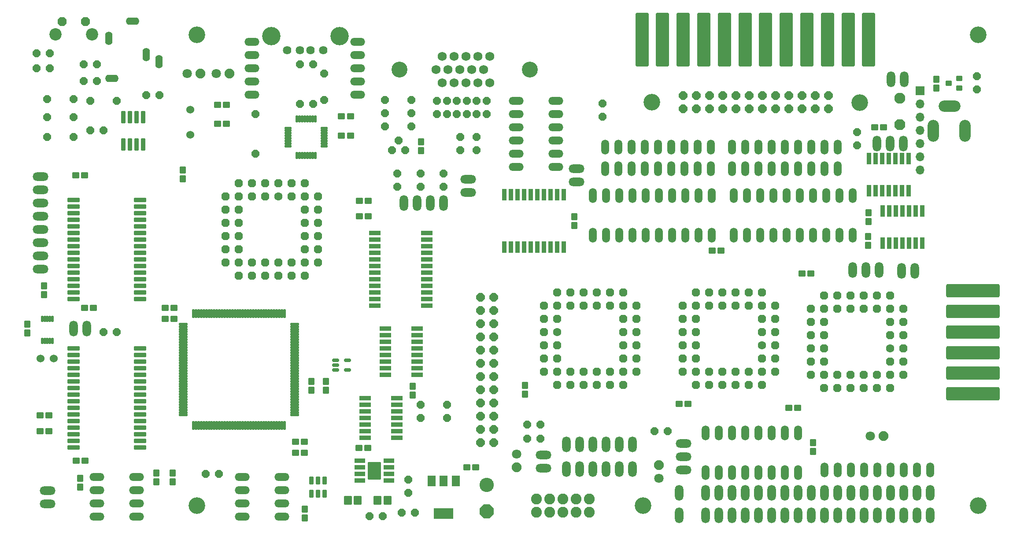
<source format=gts>
%TF.GenerationSoftware,KiCad,Pcbnew,8.0.2*%
%TF.CreationDate,2024-05-25T17:16:43+02:00*%
%TF.ProjectId,micropet_v3,6d696372-6f70-4657-945f-76332e6b6963,rev?*%
%TF.SameCoordinates,Original*%
%TF.FileFunction,Soldermask,Top*%
%TF.FilePolarity,Negative*%
%FSLAX46Y46*%
G04 Gerber Fmt 4.6, Leading zero omitted, Abs format (unit mm)*
G04 Created by KiCad (PCBNEW 8.0.2) date 2024-05-25 17:16:43*
%MOMM*%
%LPD*%
G01*
G04 APERTURE LIST*
G04 Aperture macros list*
%AMRoundRect*
0 Rectangle with rounded corners*
0 $1 Rounding radius*
0 $2 $3 $4 $5 $6 $7 $8 $9 X,Y pos of 4 corners*
0 Add a 4 corners polygon primitive as box body*
4,1,4,$2,$3,$4,$5,$6,$7,$8,$9,$2,$3,0*
0 Add four circle primitives for the rounded corners*
1,1,$1+$1,$2,$3*
1,1,$1+$1,$4,$5*
1,1,$1+$1,$6,$7*
1,1,$1+$1,$8,$9*
0 Add four rect primitives between the rounded corners*
20,1,$1+$1,$2,$3,$4,$5,0*
20,1,$1+$1,$4,$5,$6,$7,0*
20,1,$1+$1,$6,$7,$8,$9,0*
20,1,$1+$1,$8,$9,$2,$3,0*%
%AMFreePoly0*
4,1,25,0.333266,0.742596,0.345389,0.732242,0.732242,0.345389,0.760749,0.289441,0.762000,0.273547,0.762000,-0.273547,0.742596,-0.333266,0.732242,-0.345389,0.345389,-0.732242,0.289441,-0.760749,0.273547,-0.762000,-0.273547,-0.762000,-0.333266,-0.742596,-0.345389,-0.732242,-0.732242,-0.345389,-0.760749,-0.289441,-0.762000,-0.273547,-0.762000,0.273547,-0.742596,0.333266,-0.732242,0.345389,
-0.345389,0.732242,-0.289441,0.760749,-0.273547,0.762000,0.273547,0.762000,0.333266,0.742596,0.333266,0.742596,$1*%
%AMFreePoly1*
4,1,25,0.391131,0.882296,0.403254,0.871942,0.871942,0.403254,0.900449,0.347306,0.901700,0.331412,0.901700,-0.331412,0.882296,-0.391131,0.871942,-0.403254,0.403254,-0.871942,0.347306,-0.900449,0.331412,-0.901700,-0.331412,-0.901700,-0.391131,-0.882296,-0.403254,-0.871942,-0.871942,-0.403254,-0.900449,-0.347306,-0.901700,-0.331412,-0.901700,0.331412,-0.882296,0.391131,-0.871942,0.403254,
-0.403254,0.871942,-0.347306,0.900449,-0.331412,0.901700,0.331412,0.901700,0.391131,0.882296,0.391131,0.882296,$1*%
%AMFreePoly2*
4,1,25,0.349047,0.780696,0.361170,0.770342,0.770342,0.361170,0.798849,0.305222,0.800100,0.289328,0.800100,-0.289328,0.780696,-0.349047,0.770342,-0.361170,0.361170,-0.770342,0.305222,-0.798849,0.289328,-0.800100,-0.289328,-0.800100,-0.349047,-0.780696,-0.361170,-0.770342,-0.770342,-0.361170,-0.798849,-0.305222,-0.800100,-0.289328,-0.800100,0.289328,-0.780696,0.349047,-0.770342,0.361170,
-0.361170,0.770342,-0.305222,0.798849,-0.289328,0.800100,0.289328,0.800100,0.349047,0.780696,0.349047,0.780696,$1*%
%AMFreePoly3*
4,1,25,0.354308,0.793396,0.366431,0.783042,0.783042,0.366431,0.811549,0.310483,0.812800,0.294589,0.812800,-0.294589,0.793396,-0.354308,0.783042,-0.366431,0.366431,-0.783042,0.310483,-0.811549,0.294589,-0.812800,-0.294589,-0.812800,-0.354308,-0.793396,-0.366431,-0.783042,-0.783042,-0.366431,-0.811549,-0.310483,-0.812800,-0.294589,-0.812800,0.294589,-0.793396,0.354308,-0.783042,0.366431,
-0.366431,0.783042,-0.310483,0.811549,-0.294589,0.812800,0.294589,0.812800,0.354308,0.793396,0.354308,0.793396,$1*%
%AMFreePoly4*
4,1,25,0.454257,1.034696,0.466380,1.024342,1.024342,0.466380,1.052849,0.410432,1.054100,0.394538,1.054100,-0.394538,1.034696,-0.454257,1.024342,-0.466380,0.466380,-1.024342,0.410432,-1.052849,0.394538,-1.054100,-0.394538,-1.054100,-0.454257,-1.034696,-0.466380,-1.024342,-1.024342,-0.466380,-1.052849,-0.410432,-1.054100,-0.394538,-1.054100,0.394538,-1.034696,0.454257,-1.024342,0.466380,
-0.466380,1.024342,-0.410432,1.052849,-0.394538,1.054100,0.394538,1.054100,0.454257,1.034696,0.454257,1.034696,$1*%
%AMFreePoly5*
4,1,25,0.375350,0.844196,0.387473,0.833842,0.833842,0.387473,0.862349,0.331525,0.863600,0.315631,0.863600,-0.315631,0.844196,-0.375350,0.833842,-0.387473,0.387473,-0.833842,0.331525,-0.862349,0.315631,-0.863600,-0.315631,-0.863600,-0.375350,-0.844196,-0.387473,-0.833842,-0.833842,-0.387473,-0.862349,-0.331525,-0.863600,-0.315631,-0.863600,0.315631,-0.844196,0.375350,-0.833842,0.387473,
-0.387473,0.833842,-0.331525,0.862349,-0.315631,0.863600,0.315631,0.863600,0.375350,0.844196,0.375350,0.844196,$1*%
%AMFreePoly6*
4,1,25,0.585770,1.352196,0.597893,1.341842,1.341842,0.597893,1.370349,0.541945,1.371600,0.526051,1.371600,-0.526051,1.352196,-0.585770,1.341842,-0.597893,0.597893,-1.341842,0.541945,-1.370349,0.526051,-1.371600,-0.526051,-1.371600,-0.585770,-1.352196,-0.597893,-1.341842,-1.341842,-0.597893,-1.370349,-0.541945,-1.371600,-0.526051,-1.371600,0.526051,-1.352196,0.585770,-1.341842,0.597893,
-0.597893,1.341842,-0.541945,1.370349,-0.526051,1.371600,0.526051,1.371600,0.585770,1.352196,0.585770,1.352196,$1*%
G04 Aperture macros list end*
%ADD10C,3.200000*%
%ADD11RoundRect,0.101600X0.317500X-0.635000X0.317500X0.635000X-0.317500X0.635000X-0.317500X-0.635000X0*%
%ADD12RoundRect,0.101600X-0.317500X0.635000X-0.317500X-0.635000X0.317500X-0.635000X0.317500X0.635000X0*%
%ADD13FreePoly0,90.000000*%
%ADD14FreePoly0,0.000000*%
%ADD15FreePoly0,270.000000*%
%ADD16C,1.803400*%
%ADD17FreePoly1,0.000000*%
%ADD18RoundRect,0.101600X-0.330200X-1.016000X0.330200X-1.016000X0.330200X1.016000X-0.330200X1.016000X0*%
%ADD19FreePoly1,90.000000*%
%ADD20O,2.844800X1.524000*%
%ADD21RoundRect,0.101600X-0.550000X-0.500000X0.550000X-0.500000X0.550000X0.500000X-0.550000X0.500000X0*%
%ADD22RoundRect,0.101600X0.500000X-0.550000X0.500000X0.550000X-0.500000X0.550000X-0.500000X-0.550000X0*%
%ADD23RoundRect,0.101600X-0.500000X0.550000X-0.500000X-0.550000X0.500000X-0.550000X0.500000X0.550000X0*%
%ADD24RoundRect,0.101600X-0.125000X-0.500000X0.125000X-0.500000X0.125000X0.500000X-0.125000X0.500000X0*%
%ADD25RoundRect,0.101600X0.125000X0.500000X-0.125000X0.500000X-0.125000X-0.500000X0.125000X-0.500000X0*%
%ADD26RoundRect,0.101600X0.550000X0.500000X-0.550000X0.500000X-0.550000X-0.500000X0.550000X-0.500000X0*%
%ADD27FreePoly0,180.000000*%
%ADD28O,3.048000X1.625600*%
%ADD29RoundRect,0.101600X1.016000X-0.330200X1.016000X0.330200X-1.016000X0.330200X-1.016000X-0.330200X0*%
%ADD30C,1.524000*%
%ADD31C,1.600200*%
%ADD32FreePoly2,270.000000*%
%ADD33C,1.625600*%
%ADD34C,3.530600*%
%ADD35O,1.524000X2.844800*%
%ADD36RoundRect,0.101600X-0.300000X-1.100000X0.300000X-1.100000X0.300000X1.100000X-0.300000X1.100000X0*%
%ADD37FreePoly3,180.000000*%
%ADD38O,1.625600X3.048000*%
%ADD39FreePoly1,270.000000*%
%ADD40RoundRect,0.101600X0.450000X-0.400000X0.450000X0.400000X-0.450000X0.400000X-0.450000X-0.400000X0*%
%ADD41RoundRect,0.101600X1.100000X-0.300000X1.100000X0.300000X-1.100000X0.300000X-1.100000X-0.300000X0*%
%ADD42RoundRect,0.101600X0.650000X0.750000X-0.650000X0.750000X-0.650000X-0.750000X0.650000X-0.750000X0*%
%ADD43C,2.108200*%
%ADD44FreePoly4,270.000000*%
%ADD45RoundRect,0.101600X-0.955000X0.305000X-0.955000X-0.305000X0.955000X-0.305000X0.955000X0.305000X0*%
%ADD46RoundRect,0.101600X1.205000X1.550000X-1.205000X1.550000X-1.205000X-1.550000X1.205000X-1.550000X0*%
%ADD47C,2.082800*%
%ADD48R,1.700000X1.700000*%
%ADD49O,1.700000X1.700000*%
%ADD50RoundRect,0.101600X-0.650000X-0.750000X0.650000X-0.750000X0.650000X0.750000X-0.650000X0.750000X0*%
%ADD51C,3.048000*%
%ADD52C,1.727200*%
%ADD53RoundRect,0.101600X0.127000X-0.571500X0.127000X0.571500X-0.127000X0.571500X-0.127000X-0.571500X0*%
%ADD54RoundRect,0.101600X0.571500X0.127000X-0.571500X0.127000X-0.571500X-0.127000X0.571500X-0.127000X0*%
%ADD55RoundRect,0.101600X-0.127000X0.571500X-0.127000X-0.571500X0.127000X-0.571500X0.127000X0.571500X0*%
%ADD56RoundRect,0.101600X-0.571500X-0.127000X0.571500X-0.127000X0.571500X0.127000X-0.571500X0.127000X0*%
%ADD57RoundRect,0.388620X0.906780X4.792980X-0.906780X4.792980X-0.906780X-4.792980X0.906780X-4.792980X0*%
%ADD58R,1.500000X2.000000*%
%ADD59R,3.800000X2.000000*%
%ADD60FreePoly2,90.000000*%
%ADD61FreePoly5,180.000000*%
%ADD62C,2.362200*%
%ADD63RoundRect,0.101600X0.135000X0.750000X-0.135000X0.750000X-0.135000X-0.750000X0.135000X-0.750000X0*%
%ADD64RoundRect,0.101600X0.750000X0.135000X-0.750000X0.135000X-0.750000X-0.135000X0.750000X-0.135000X0*%
%ADD65FreePoly3,270.000000*%
%ADD66O,2.203200X4.203200*%
%ADD67O,4.203200X2.203200*%
%ADD68RoundRect,0.388620X4.792980X-0.906780X4.792980X0.906780X-4.792980X0.906780X-4.792980X-0.906780X0*%
%ADD69O,2.603200X1.403200*%
%ADD70O,1.403200X2.603200*%
%ADD71RoundRect,0.150000X-0.512500X-0.150000X0.512500X-0.150000X0.512500X0.150000X-0.512500X0.150000X0*%
%ADD72C,2.743200*%
%ADD73FreePoly6,270.000000*%
%ADD74FreePoly2,0.000000*%
G04 APERTURE END LIST*
D10*
%TO.C,H3*%
X258974106Y-43815000D03*
%TD*%
D11*
%TO.C,JS1*%
X130810000Y-132080000D03*
X132080000Y-132080000D03*
X133350000Y-132080000D03*
X133350000Y-129540000D03*
D12*
X132080000Y-129540000D03*
D11*
X130810000Y-129540000D03*
%TD*%
D13*
%TO.C,R2*%
X128560981Y-57150000D03*
X128560981Y-49530000D03*
%TD*%
D14*
%TO.C,R12*%
X77978000Y-47361600D03*
X80518000Y-47361600D03*
%TD*%
D13*
%TO.C,R3*%
X186742856Y-59610625D03*
X186742856Y-57070625D03*
%TD*%
D15*
%TO.C,R10*%
X151765000Y-70485000D03*
X151765000Y-73025000D03*
%TD*%
D10*
%TO.C,H1*%
X108796606Y-134302500D03*
%TD*%
D14*
%TO.C,D5*%
X149992231Y-58896250D03*
X144912231Y-58896250D03*
%TD*%
D15*
%TO.C,R9*%
X156210000Y-70485000D03*
X156210000Y-73025000D03*
%TD*%
D16*
%TO.C,C36*%
X238177856Y-120967500D03*
D17*
X240717856Y-120967500D03*
%TD*%
D18*
%TO.C,IC4*%
X240559106Y-83877150D03*
X241829106Y-83877150D03*
X243099106Y-83877150D03*
X244369106Y-83877150D03*
X245639106Y-83877150D03*
X246909106Y-83877150D03*
X248179106Y-83877150D03*
X248179106Y-77730350D03*
X246909106Y-77730350D03*
X245639106Y-77730350D03*
X244369106Y-77730350D03*
X243099106Y-77730350D03*
X241829106Y-77730350D03*
X240559106Y-77730350D03*
%TD*%
D16*
%TO.C,C28*%
X197537856Y-129063750D03*
D19*
X197537856Y-126523750D03*
%TD*%
D20*
%TO.C,U$9*%
X119380000Y-45212000D03*
X119380000Y-47752000D03*
X119380000Y-50292000D03*
X119380000Y-52832000D03*
X119380000Y-55372000D03*
X139700000Y-55372000D03*
X139700000Y-52832000D03*
X139700000Y-50292000D03*
X139700000Y-47752000D03*
X139700000Y-45212000D03*
%TD*%
D21*
%TO.C,C12*%
X87176875Y-96361250D03*
X88876875Y-96361250D03*
%TD*%
%TO.C,C29*%
X78604375Y-116998750D03*
X80304375Y-116998750D03*
%TD*%
D20*
%TO.C,D10*%
X177800000Y-66675000D03*
X170180000Y-66675000D03*
%TD*%
D22*
%TO.C,C23*%
X250929656Y-54059631D03*
X250929656Y-52359631D03*
%TD*%
D23*
%TO.C,C8*%
X86360000Y-129110000D03*
X86360000Y-130810000D03*
%TD*%
D24*
%TO.C,U$13*%
X79010000Y-102713100D03*
X79510000Y-102713100D03*
X80010000Y-102713100D03*
X80510000Y-102713100D03*
X81010000Y-102713100D03*
D25*
X81010000Y-98486900D03*
X80510000Y-98486900D03*
X80010000Y-98486900D03*
X79510000Y-98486900D03*
X79010000Y-98486900D03*
%TD*%
D13*
%TO.C,R8*%
X159385000Y-66040000D03*
X159385000Y-63500000D03*
%TD*%
D26*
%TO.C,C70*%
X141632519Y-123257232D03*
X139932519Y-123257232D03*
%TD*%
D21*
%TO.C,C42*%
X140032000Y-78740000D03*
X141732000Y-78740000D03*
%TD*%
D14*
%TO.C,R18*%
X99060000Y-55403750D03*
X101600000Y-55403750D03*
%TD*%
D27*
%TO.C,R21*%
X174836606Y-118745000D03*
X172296606Y-118745000D03*
%TD*%
D14*
%TO.C,C50*%
X80010000Y-59690000D03*
X85090000Y-59690000D03*
%TD*%
D28*
%TO.C,JP9*%
X160933591Y-71633569D03*
X160933591Y-74173569D03*
%TD*%
D13*
%TO.C,R14*%
X160655000Y-59055000D03*
X160655000Y-56515000D03*
%TD*%
D22*
%TO.C,C33*%
X106045000Y-71550000D03*
X106045000Y-69850000D03*
%TD*%
D21*
%TO.C,C7*%
X160651606Y-127000000D03*
X162351606Y-127000000D03*
%TD*%
D13*
%TO.C,R22*%
X149436606Y-131921250D03*
X149436606Y-129381250D03*
%TD*%
D29*
%TO.C,IC7*%
X151130000Y-109220000D03*
X151130000Y-107950000D03*
X151130000Y-106680000D03*
X151130000Y-105410000D03*
X151130000Y-104140000D03*
X151130000Y-102870000D03*
X151130000Y-101600000D03*
X151130000Y-100330000D03*
X144983200Y-100330000D03*
X144983200Y-101600000D03*
X144983200Y-102870000D03*
X144983200Y-104140000D03*
X144983200Y-105410000D03*
X144983200Y-106680000D03*
X144983200Y-107950000D03*
X144983200Y-109220000D03*
%TD*%
D30*
%TO.C,Q2*%
X81200625Y-106045000D03*
X78660625Y-106045000D03*
%TD*%
D31*
%TO.C,IC10*%
X241987856Y-104140000D03*
D32*
X244527856Y-101600000D03*
X241987856Y-101600000D03*
X244527856Y-99060000D03*
X241987856Y-99060000D03*
X244527856Y-96520000D03*
X241987856Y-93980000D03*
X241987856Y-96520000D03*
X239447856Y-93980000D03*
X239447856Y-96520000D03*
X236907856Y-93980000D03*
X236907856Y-96520000D03*
X234367856Y-93980000D03*
X234367856Y-96520000D03*
X231827856Y-93980000D03*
X231827856Y-96520000D03*
X229287856Y-93980000D03*
X226747856Y-96520000D03*
X229287856Y-96520000D03*
X226747856Y-99060000D03*
X229287856Y-99060000D03*
X226747856Y-101600000D03*
X229287856Y-101600000D03*
X226747856Y-104140000D03*
X229287856Y-104140000D03*
X226747856Y-106680000D03*
X229287856Y-106680000D03*
X226747856Y-109220000D03*
X229287856Y-111760000D03*
X229287856Y-109220000D03*
X231827856Y-111760000D03*
X231827856Y-109220000D03*
X234367856Y-111760000D03*
X234367856Y-109220000D03*
X236907856Y-111760000D03*
X236907856Y-109220000D03*
X239447856Y-111760000D03*
X239447856Y-109220000D03*
X241987856Y-111760000D03*
X244527856Y-109220000D03*
X241987856Y-109220000D03*
X244527856Y-106680000D03*
X241987856Y-106680000D03*
X244527856Y-104140000D03*
%TD*%
D18*
%TO.C,IC2*%
X167851606Y-84642325D03*
X169121606Y-84642325D03*
X170391606Y-84642325D03*
X171661606Y-84642325D03*
X172931606Y-84642325D03*
X174201606Y-84642325D03*
X175471606Y-84642325D03*
X176741606Y-84642325D03*
X178011606Y-84642325D03*
X179281606Y-84642325D03*
X179281606Y-74583925D03*
X178011606Y-74583925D03*
X176741606Y-74583925D03*
X175471606Y-74583925D03*
X174201606Y-74583925D03*
X172931606Y-74583925D03*
X171661606Y-74583925D03*
X170391606Y-74583925D03*
X169121606Y-74583925D03*
X167851606Y-74583925D03*
%TD*%
D33*
%TO.C,USB1*%
X128589556Y-46770925D03*
X130596156Y-46770925D03*
X126100356Y-46770925D03*
D34*
X136158756Y-44053125D03*
X123026956Y-44053125D03*
D33*
X133085356Y-46770925D03*
%TD*%
D35*
%TO.C,RN4*%
X187219106Y-65405000D03*
X189759106Y-65405000D03*
X192299106Y-65405000D03*
X194839106Y-65405000D03*
X197379106Y-65405000D03*
X199919106Y-65405000D03*
X202459106Y-65405000D03*
X204999106Y-65405000D03*
X207539106Y-65405000D03*
%TD*%
D18*
%TO.C,IC3*%
X237939731Y-73796525D03*
X239209731Y-73796525D03*
X240479731Y-73796525D03*
X241749731Y-73796525D03*
X243019731Y-73796525D03*
X244289731Y-73796525D03*
X245559731Y-73796525D03*
X245559731Y-67649725D03*
X244289731Y-67649725D03*
X243019731Y-67649725D03*
X241749731Y-67649725D03*
X240479731Y-67649725D03*
X239209731Y-67649725D03*
X237939731Y-67649725D03*
%TD*%
D36*
%TO.C,SN1*%
X94615000Y-64890000D03*
X95885000Y-64890000D03*
X97155000Y-64890000D03*
X98425000Y-64890000D03*
X98425000Y-59690000D03*
X97155000Y-59690000D03*
X95885000Y-59690000D03*
X94615000Y-59690000D03*
%TD*%
D21*
%TO.C,C39*%
X112709106Y-60960000D03*
X114409106Y-60960000D03*
%TD*%
D10*
%TO.C,H6*%
X236193481Y-56832500D03*
%TD*%
D23*
%TO.C,C22*%
X227224106Y-122260625D03*
X227224106Y-123960625D03*
%TD*%
D13*
%TO.C,R26*%
X162560000Y-59055000D03*
X162560000Y-56515000D03*
%TD*%
D16*
%TO.C,C37*%
X106891606Y-51276250D03*
D17*
X109431606Y-51276250D03*
%TD*%
D21*
%TO.C,C9*%
X136564000Y-59531250D03*
X138264000Y-59531250D03*
%TD*%
D37*
%TO.C,P2*%
X230160981Y-55483125D03*
X227620981Y-55483125D03*
X225080981Y-55483125D03*
X222540981Y-55483125D03*
X220000981Y-55483125D03*
X217460981Y-55483125D03*
X214920981Y-55483125D03*
X212380981Y-55483125D03*
X209840981Y-55483125D03*
X207300981Y-55483125D03*
X204760981Y-55483125D03*
X202220981Y-55483125D03*
X230160981Y-58023125D03*
X227620981Y-58023125D03*
X225080981Y-58023125D03*
X222540981Y-58023125D03*
X220000981Y-58023125D03*
X217460981Y-58023125D03*
X214920981Y-58023125D03*
X212380981Y-58023125D03*
X209840981Y-58023125D03*
X207300981Y-58023125D03*
X204760981Y-58023125D03*
X202220981Y-58023125D03*
%TD*%
D13*
%TO.C,D8*%
X133244106Y-51276250D03*
X133244106Y-56356250D03*
%TD*%
D38*
%TO.C,P1*%
X201506606Y-136207500D03*
X206586606Y-136207500D03*
X209126606Y-136207500D03*
X211666606Y-136207500D03*
X214206606Y-136207500D03*
X216746606Y-136207500D03*
X219286606Y-136207500D03*
X221826606Y-136207500D03*
X224366606Y-136207500D03*
X226906606Y-136207500D03*
X229446606Y-136207500D03*
X231986606Y-136207500D03*
X234526606Y-136207500D03*
X237066606Y-136207500D03*
X239606606Y-136207500D03*
X242146606Y-136207500D03*
X244686606Y-136207500D03*
X247226606Y-136207500D03*
X249766606Y-136207500D03*
%TD*%
D14*
%TO.C,C51*%
X88265000Y-56515000D03*
X93345000Y-56515000D03*
%TD*%
D21*
%TO.C,C17*%
X207800356Y-85328125D03*
X209500356Y-85328125D03*
%TD*%
D29*
%TO.C,IC6*%
X147218400Y-121285000D03*
X147218400Y-120015000D03*
X147218400Y-118745000D03*
X147218400Y-117475000D03*
X147218400Y-116205000D03*
X147218400Y-114935000D03*
X147218400Y-113665000D03*
X141071600Y-113665000D03*
X141071600Y-114935000D03*
X141071600Y-116205000D03*
X141071600Y-117475000D03*
X141071600Y-118745000D03*
X141071600Y-120015000D03*
X141071600Y-121285000D03*
%TD*%
D13*
%TO.C,R6*%
X235637856Y-65087500D03*
X235637856Y-62547500D03*
%TD*%
D16*
%TO.C,C26*%
X170232856Y-124460000D03*
D39*
X170232856Y-127000000D03*
%TD*%
D22*
%TO.C,C15*%
X181345356Y-80463125D03*
X181345356Y-78763125D03*
%TD*%
D23*
%TO.C,C19*%
X171820356Y-111227500D03*
X171820356Y-112927500D03*
%TD*%
D14*
%TO.C,R5*%
X151765000Y-117475000D03*
X156845000Y-117475000D03*
%TD*%
D30*
%TO.C,Q3*%
X107526606Y-63055500D03*
X107526606Y-58229500D03*
%TD*%
D40*
%TO.C,Q1*%
X255272330Y-54089992D03*
X255272330Y-52189992D03*
X253272330Y-53139992D03*
%TD*%
D38*
%TO.C,JP7*%
X156210000Y-76200000D03*
X153670000Y-76200000D03*
X151130000Y-76200000D03*
X148590000Y-76200000D03*
%TD*%
D20*
%TO.C,D3*%
X177800000Y-59055000D03*
X170180000Y-59055000D03*
%TD*%
D14*
%TO.C,C52*%
X80010000Y-63500000D03*
X85090000Y-63500000D03*
%TD*%
D22*
%TO.C,C3*%
X104140000Y-129755000D03*
X104140000Y-128055000D03*
%TD*%
D29*
%TO.C,IC16*%
X152984200Y-95885000D03*
X152984200Y-94615000D03*
X152984200Y-93345000D03*
X152984200Y-92075000D03*
X152984200Y-90805000D03*
X152984200Y-89535000D03*
X152984200Y-88265000D03*
X152984200Y-86995000D03*
X152984200Y-85725000D03*
X152984200Y-84455000D03*
X152984200Y-83185000D03*
X152984200Y-81915000D03*
X142925800Y-81915000D03*
X142925800Y-83185000D03*
X142925800Y-84455000D03*
X142925800Y-85725000D03*
X142925800Y-86995000D03*
X142925800Y-88265000D03*
X142925800Y-89535000D03*
X142925800Y-90805000D03*
X142925800Y-92075000D03*
X142925800Y-93345000D03*
X142925800Y-94615000D03*
X142925800Y-95885000D03*
%TD*%
D13*
%TO.C,R28*%
X154940000Y-59055000D03*
X154940000Y-56515000D03*
%TD*%
D22*
%TO.C,C18*%
X237860356Y-79748750D03*
X237860356Y-78048750D03*
%TD*%
D13*
%TO.C,R27*%
X158750000Y-59055000D03*
X158750000Y-56515000D03*
%TD*%
D35*
%TO.C,RN3*%
X211666606Y-69532500D03*
X214206606Y-69532500D03*
X216746606Y-69532500D03*
X219286606Y-69532500D03*
X221826606Y-69532500D03*
X224366606Y-69532500D03*
X226906606Y-69532500D03*
X229446606Y-69532500D03*
X231986606Y-69532500D03*
%TD*%
D14*
%TO.C,D1*%
X149992231Y-61436250D03*
X144912231Y-61436250D03*
%TD*%
D41*
%TO.C,IC13*%
X97856000Y-123190000D03*
X97856000Y-121920000D03*
X97856000Y-120650000D03*
X97856000Y-119380000D03*
X97856000Y-118110000D03*
X97856000Y-116840000D03*
X97856000Y-115570000D03*
X97856000Y-114300000D03*
X97856000Y-113030000D03*
X97856000Y-111760000D03*
X97856000Y-110490000D03*
X97856000Y-109220000D03*
X97856000Y-107950000D03*
X97856000Y-106680000D03*
X97856000Y-105410000D03*
X97856000Y-104140000D03*
X85024000Y-104140000D03*
X85024000Y-105410000D03*
X85024000Y-106680000D03*
X85024000Y-107950000D03*
X85024000Y-109220000D03*
X85024000Y-110490000D03*
X85024000Y-111760000D03*
X85024000Y-113030000D03*
X85024000Y-114300000D03*
X85024000Y-115570000D03*
X85024000Y-116840000D03*
X85024000Y-118110000D03*
X85024000Y-119380000D03*
X85024000Y-120650000D03*
X85024000Y-121920000D03*
X85024000Y-123190000D03*
%TD*%
D23*
%TO.C,C43*%
X133588125Y-110433750D03*
X133588125Y-112133750D03*
%TD*%
D14*
%TO.C,D6*%
X149992231Y-56356250D03*
X144912231Y-56356250D03*
%TD*%
D28*
%TO.C,JP5*%
X181742231Y-72072500D03*
X181742231Y-69532500D03*
%TD*%
D42*
%TO.C,C65*%
X145410000Y-133350000D03*
X143510000Y-133350000D03*
%TD*%
D14*
%TO.C,C49*%
X80010000Y-56197500D03*
X85090000Y-56197500D03*
%TD*%
D13*
%TO.C,R16*%
X258671196Y-54340353D03*
X258671196Y-51800353D03*
%TD*%
D20*
%TO.C,D4*%
X177800000Y-61595000D03*
X170180000Y-61595000D03*
%TD*%
D10*
%TO.C,H4*%
X258974106Y-134302500D03*
%TD*%
D14*
%TO.C,R30*%
X86995000Y-49530000D03*
X89535000Y-49530000D03*
%TD*%
D27*
%TO.C,R31*%
X90805000Y-62230000D03*
X88265000Y-62230000D03*
%TD*%
D43*
%TO.C,C6*%
X243869751Y-56062990D03*
D44*
X243869751Y-61142990D03*
%TD*%
D10*
%TO.C,H7*%
X194521606Y-134302500D03*
%TD*%
D13*
%TO.C,R13*%
X164465000Y-59055000D03*
X164465000Y-56515000D03*
%TD*%
D21*
%TO.C,C31*%
X222564106Y-115570000D03*
X224264106Y-115570000D03*
%TD*%
D20*
%TO.C,U$14*%
X89535000Y-128818100D03*
X89535000Y-131358100D03*
X89535000Y-133898100D03*
X89535000Y-136438100D03*
X97155000Y-136438100D03*
X97155000Y-133898100D03*
X97155000Y-131358100D03*
X97155000Y-128818100D03*
%TD*%
D28*
%TO.C,JP1*%
X202300356Y-127476250D03*
X202300356Y-124936250D03*
X202300356Y-122396250D03*
%TD*%
D26*
%TO.C,C30*%
X80304375Y-120015000D03*
X78604375Y-120015000D03*
%TD*%
D38*
%TO.C,JP8*%
X87630000Y-100330000D03*
X85090000Y-100330000D03*
%TD*%
D45*
%TO.C,U$16*%
X145655000Y-129540000D03*
X145655000Y-128270000D03*
X145655000Y-127000000D03*
X145655000Y-125730000D03*
X140095000Y-125730000D03*
X140095000Y-127000000D03*
X140095000Y-128270000D03*
X140095000Y-129540000D03*
D46*
X142875000Y-127635000D03*
%TD*%
D47*
%TO.C,U$7*%
X174042856Y-135572500D03*
X174042856Y-133032500D03*
X176582856Y-135572500D03*
X176582856Y-133032500D03*
X179122856Y-135572500D03*
X179122856Y-133032500D03*
X181662856Y-135572500D03*
X181662856Y-133032500D03*
X184202856Y-135572500D03*
X184202856Y-133032500D03*
%TD*%
D26*
%TO.C,C35*%
X240774106Y-61595000D03*
X239074106Y-61595000D03*
%TD*%
D23*
%TO.C,C10*%
X130810000Y-110433750D03*
X130810000Y-112133750D03*
%TD*%
D28*
%TO.C,JP2*%
X80089375Y-131445000D03*
X80089375Y-133985000D03*
%TD*%
D14*
%TO.C,R23*%
X151765000Y-114935000D03*
X156845000Y-114935000D03*
%TD*%
D38*
%TO.C,JP6*%
X239924106Y-89058750D03*
X237384106Y-89058750D03*
X234844106Y-89058750D03*
%TD*%
D48*
%TO.C,U$8*%
X247790762Y-54605580D03*
D49*
X247790762Y-57145580D03*
X247790762Y-59685580D03*
X247790762Y-62225580D03*
X247790762Y-64765580D03*
X247790762Y-67305580D03*
X247790762Y-69845580D03*
%TD*%
D35*
%TO.C,RN1*%
X249687231Y-127476250D03*
X247147231Y-127476250D03*
X244607231Y-127476250D03*
X242067231Y-127476250D03*
X239527231Y-127476250D03*
X236987231Y-127476250D03*
X234447231Y-127476250D03*
X231907231Y-127476250D03*
X229367231Y-127476250D03*
%TD*%
D50*
%TO.C,C66*%
X137795000Y-133350000D03*
X139695000Y-133350000D03*
%TD*%
D51*
%TO.C,X2*%
X172728406Y-50482500D03*
X147734806Y-50482500D03*
D52*
X155913606Y-53022500D03*
X158199606Y-53022500D03*
X160485606Y-53022500D03*
X162771606Y-53022500D03*
X165057606Y-53022500D03*
X154770606Y-50482500D03*
X157056606Y-50482500D03*
X159342606Y-50482500D03*
X161628606Y-50482500D03*
X163914606Y-50482500D03*
X155913606Y-47942500D03*
X158199606Y-47942500D03*
X160485606Y-47942500D03*
X162771606Y-47942500D03*
X165057606Y-47942500D03*
%TD*%
D13*
%TO.C,R15*%
X156845000Y-59055000D03*
X156845000Y-56515000D03*
%TD*%
D35*
%TO.C,U$6*%
X207697856Y-74771250D03*
X205157856Y-74771250D03*
X202617856Y-74771250D03*
X200077856Y-74771250D03*
X197537856Y-74771250D03*
X194997856Y-74771250D03*
X192457856Y-74771250D03*
X189917856Y-74771250D03*
X187377856Y-74771250D03*
X184837856Y-74771250D03*
X184837856Y-82391250D03*
X187377856Y-82391250D03*
X189917856Y-82391250D03*
X192457856Y-82391250D03*
X194997856Y-82391250D03*
X197537856Y-82391250D03*
X200077856Y-82391250D03*
X202617856Y-82391250D03*
X205157856Y-82391250D03*
X207697856Y-82391250D03*
%TD*%
D53*
%TO.C,IC8*%
X128001606Y-67000000D03*
X128501606Y-67000000D03*
X129001606Y-67000000D03*
X129501606Y-67000000D03*
X130001606Y-67000000D03*
X130501606Y-67000000D03*
X131001606Y-67000000D03*
X131501606Y-67000000D03*
D54*
X133251606Y-65250000D03*
X133251606Y-64750000D03*
X133251606Y-64250000D03*
X133251606Y-63750000D03*
X133251606Y-63250000D03*
X133251606Y-62750000D03*
X133251606Y-62250000D03*
X133251606Y-61750000D03*
D55*
X131501606Y-60000000D03*
X131001606Y-60000000D03*
X130501606Y-60000000D03*
X130001606Y-60000000D03*
X129501606Y-60000000D03*
X129001606Y-60000000D03*
X128501606Y-60000000D03*
X128001606Y-60000000D03*
D56*
X126251606Y-61750000D03*
X126251606Y-62250000D03*
X126251606Y-62750000D03*
X126251606Y-63250000D03*
X126251606Y-63750000D03*
X126251606Y-64250000D03*
X126251606Y-64750000D03*
X126251606Y-65250000D03*
%TD*%
D14*
%TO.C,R19*%
X77978000Y-50292000D03*
X80518000Y-50292000D03*
%TD*%
D13*
%TO.C,R1*%
X131100981Y-57150000D03*
X131100981Y-49530000D03*
%TD*%
D35*
%TO.C,IC5*%
X224366606Y-120332500D03*
X221826606Y-120332500D03*
X219286606Y-120332500D03*
X216746606Y-120332500D03*
X214206606Y-120332500D03*
X211666606Y-120332500D03*
X209126606Y-120332500D03*
X206586606Y-120332500D03*
X206586606Y-127952500D03*
X209126606Y-127952500D03*
X211666606Y-127952500D03*
X214206606Y-127952500D03*
X216746606Y-127952500D03*
X219286606Y-127952500D03*
X221826606Y-127952500D03*
X224366606Y-127952500D03*
%TD*%
D38*
%TO.C,U$11*%
X192457856Y-122555000D03*
X189917856Y-122555000D03*
X187377856Y-122555000D03*
X184837856Y-122555000D03*
X182297856Y-122555000D03*
X179757856Y-122555000D03*
%TD*%
D35*
%TO.C,U$5*%
X234844106Y-74771250D03*
X232304106Y-74771250D03*
X229764106Y-74771250D03*
X227224106Y-74771250D03*
X224684106Y-74771250D03*
X222144106Y-74771250D03*
X219604106Y-74771250D03*
X217064106Y-74771250D03*
X214524106Y-74771250D03*
X211984106Y-74771250D03*
X211984106Y-82391250D03*
X214524106Y-82391250D03*
X217064106Y-82391250D03*
X219604106Y-82391250D03*
X222144106Y-82391250D03*
X224684106Y-82391250D03*
X227224106Y-82391250D03*
X229764106Y-82391250D03*
X232304106Y-82391250D03*
X234844106Y-82391250D03*
%TD*%
D57*
%TO.C,CN4*%
X237904806Y-44767500D03*
X233942406Y-44767500D03*
X229980006Y-44767500D03*
X226017606Y-44767500D03*
X222055206Y-44767500D03*
X218092806Y-44767500D03*
X214130406Y-44767500D03*
X210168006Y-44767500D03*
X206205606Y-44767500D03*
X202243206Y-44767500D03*
X198280806Y-44767500D03*
X194318406Y-44767500D03*
%TD*%
D21*
%TO.C,C4*%
X127746531Y-122062078D03*
X129446531Y-122062078D03*
%TD*%
D58*
%TO.C,U1*%
X158510000Y-129565000D03*
X156210000Y-129565000D03*
X153910000Y-129565000D03*
D59*
X156210000Y-135865000D03*
%TD*%
D31*
%TO.C,IC9*%
X178011606Y-100965000D03*
D60*
X175471606Y-103505000D03*
X178011606Y-103505000D03*
X175471606Y-106045000D03*
X178011606Y-106045000D03*
X175471606Y-108585000D03*
X178011606Y-111125000D03*
X178011606Y-108585000D03*
X180551606Y-111125000D03*
X180551606Y-108585000D03*
X183091606Y-111125000D03*
X183091606Y-108585000D03*
X185631606Y-111125000D03*
X185631606Y-108585000D03*
X188171606Y-111125000D03*
X188171606Y-108585000D03*
X190711606Y-111125000D03*
X193251606Y-108585000D03*
X190711606Y-108585000D03*
X193251606Y-106045000D03*
X190711606Y-106045000D03*
X193251606Y-103505000D03*
X190711606Y-103505000D03*
X193251606Y-100965000D03*
X190711606Y-100965000D03*
X193251606Y-98425000D03*
X190711606Y-98425000D03*
X193251606Y-95885000D03*
X190711606Y-93345000D03*
X190711606Y-95885000D03*
X188171606Y-93345000D03*
X188171606Y-95885000D03*
X185631606Y-93345000D03*
X185631606Y-95885000D03*
X183091606Y-93345000D03*
X183091606Y-95885000D03*
X180551606Y-93345000D03*
X180551606Y-95885000D03*
X178011606Y-93345000D03*
X175471606Y-95885000D03*
X178011606Y-95885000D03*
X175471606Y-98425000D03*
X178011606Y-98425000D03*
X175471606Y-100965000D03*
%TD*%
D38*
%TO.C,JP3*%
X244210356Y-89217500D03*
X246750356Y-89217500D03*
%TD*%
D21*
%TO.C,C44*%
X127737500Y-124142500D03*
X129437500Y-124142500D03*
%TD*%
%TO.C,C20*%
X225104106Y-89693750D03*
X226804106Y-89693750D03*
%TD*%
D10*
%TO.C,H2*%
X108796606Y-43815000D03*
%TD*%
D35*
%TO.C,RN5*%
X187219106Y-69532500D03*
X189759106Y-69532500D03*
X192299106Y-69532500D03*
X194839106Y-69532500D03*
X197379106Y-69532500D03*
X199919106Y-69532500D03*
X202459106Y-69532500D03*
X204999106Y-69532500D03*
X207539106Y-69532500D03*
%TD*%
D16*
%TO.C,C38*%
X112447856Y-51276250D03*
D17*
X114987856Y-51276250D03*
%TD*%
D26*
%TO.C,C34*%
X203150356Y-114776250D03*
X201450356Y-114776250D03*
%TD*%
D14*
%TO.C,U$3*%
X146261606Y-66040000D03*
X147531606Y-64135000D03*
X148801606Y-66040000D03*
%TD*%
D38*
%TO.C,P6*%
X192457856Y-127317500D03*
X189917856Y-127317500D03*
X187377856Y-127317500D03*
X184837856Y-127317500D03*
X182297856Y-127317500D03*
X179757856Y-127317500D03*
%TD*%
D14*
%TO.C,R17*%
X196744106Y-120015000D03*
X199284106Y-120015000D03*
%TD*%
%TO.C,R29*%
X110490000Y-128270000D03*
X113030000Y-128270000D03*
%TD*%
%TO.C,LED1*%
X148166606Y-135731250D03*
X150706606Y-135731250D03*
%TD*%
D13*
%TO.C,R4*%
X120015000Y-66675000D03*
X120015000Y-59055000D03*
%TD*%
D28*
%TO.C,JP4*%
X175392231Y-127158750D03*
X175392231Y-124618750D03*
%TD*%
D20*
%TO.C,D2*%
X177800000Y-56515000D03*
X170180000Y-56515000D03*
%TD*%
D13*
%TO.C,R7*%
X162560000Y-66040000D03*
X162560000Y-63500000D03*
%TD*%
D21*
%TO.C,C40*%
X112709106Y-57308750D03*
X114409106Y-57308750D03*
%TD*%
D61*
%TO.C,S1*%
X87350600Y-41300400D03*
X82829400Y-41300400D03*
D62*
X88595200Y-43789600D03*
X81584800Y-43789600D03*
%TD*%
D31*
%TO.C,IC11*%
X217381606Y-103505000D03*
D32*
X219921606Y-100965000D03*
X217381606Y-100965000D03*
X219921606Y-98425000D03*
X217381606Y-98425000D03*
X219921606Y-95885000D03*
X217381606Y-93345000D03*
X217381606Y-95885000D03*
X214841606Y-93345000D03*
X214841606Y-95885000D03*
X212301606Y-93345000D03*
X212301606Y-95885000D03*
X209761606Y-93345000D03*
X209761606Y-95885000D03*
X207221606Y-93345000D03*
X207221606Y-95885000D03*
X204681606Y-93345000D03*
X202141606Y-95885000D03*
X204681606Y-95885000D03*
X202141606Y-98425000D03*
X204681606Y-98425000D03*
X202141606Y-100965000D03*
X204681606Y-100965000D03*
X202141606Y-103505000D03*
X204681606Y-103505000D03*
X202141606Y-106045000D03*
X204681606Y-106045000D03*
X202141606Y-108585000D03*
X204681606Y-111125000D03*
X204681606Y-108585000D03*
X207221606Y-111125000D03*
X207221606Y-108585000D03*
X209761606Y-111125000D03*
X209761606Y-108585000D03*
X212301606Y-111125000D03*
X212301606Y-108585000D03*
X214841606Y-111125000D03*
X214841606Y-108585000D03*
X217381606Y-111125000D03*
X219921606Y-108585000D03*
X217381606Y-108585000D03*
X219921606Y-106045000D03*
X217381606Y-106045000D03*
X219921606Y-103505000D03*
%TD*%
D63*
%TO.C,U$2*%
X125590000Y-97438125D03*
X125090000Y-97438125D03*
X124590000Y-97438125D03*
X124090000Y-97438125D03*
X123590000Y-97438125D03*
X123090000Y-97438125D03*
X122590000Y-97438125D03*
X122090000Y-97438125D03*
X121590000Y-97438125D03*
X121090000Y-97438125D03*
X120590000Y-97438125D03*
X120090000Y-97438125D03*
X119590000Y-97438125D03*
X119090000Y-97438125D03*
X118590000Y-97438125D03*
X118090000Y-97438125D03*
X117590000Y-97438125D03*
X117090000Y-97438125D03*
X116590000Y-97438125D03*
X116090000Y-97438125D03*
X115590000Y-97438125D03*
X115090000Y-97438125D03*
X114590000Y-97438125D03*
X114090000Y-97438125D03*
X113590000Y-97438125D03*
X113090000Y-97438125D03*
X112590000Y-97438125D03*
X112090000Y-97438125D03*
X111590000Y-97438125D03*
X111090000Y-97438125D03*
X110590000Y-97438125D03*
X110090000Y-97438125D03*
X109590000Y-97438125D03*
X109090000Y-97438125D03*
X108590000Y-97438125D03*
X108090000Y-97438125D03*
D64*
X106090000Y-99438125D03*
X106090000Y-99938125D03*
X106090000Y-100438125D03*
X106090000Y-100938125D03*
X106090000Y-101438125D03*
X106090000Y-101938125D03*
X106090000Y-102438125D03*
X106090000Y-102938125D03*
X106090000Y-103438125D03*
X106090000Y-103938125D03*
X106090000Y-104438125D03*
X106090000Y-104938125D03*
X106090000Y-105438125D03*
X106090000Y-105938125D03*
X106090000Y-106438125D03*
X106090000Y-106938125D03*
X106090000Y-107438125D03*
X106090000Y-107938125D03*
X106090000Y-108438125D03*
X106090000Y-108938125D03*
X106090000Y-109438125D03*
X106090000Y-109938125D03*
X106090000Y-110438125D03*
X106090000Y-110938125D03*
X106090000Y-111438125D03*
X106090000Y-111938125D03*
X106090000Y-112438125D03*
X106090000Y-112938125D03*
X106090000Y-113438125D03*
X106090000Y-113938125D03*
X106090000Y-114438125D03*
X106090000Y-114938125D03*
X106090000Y-115438125D03*
X106090000Y-115938125D03*
X106090000Y-116438125D03*
X106090000Y-116938125D03*
D63*
X108090000Y-118938125D03*
X108590000Y-118938125D03*
X109090000Y-118938125D03*
X109590000Y-118938125D03*
X110090000Y-118938125D03*
X110590000Y-118938125D03*
X111090000Y-118938125D03*
X111590000Y-118938125D03*
X112090000Y-118938125D03*
X112590000Y-118938125D03*
X113090000Y-118938125D03*
X113590000Y-118938125D03*
X114090000Y-118938125D03*
X114590000Y-118938125D03*
X115090000Y-118938125D03*
X115590000Y-118938125D03*
X116090000Y-118938125D03*
X116590000Y-118938125D03*
X117090000Y-118938125D03*
X117590000Y-118938125D03*
X118090000Y-118938125D03*
X118590000Y-118938125D03*
X119090000Y-118938125D03*
X119590000Y-118938125D03*
X120090000Y-118938125D03*
X120590000Y-118938125D03*
X121090000Y-118938125D03*
X121590000Y-118938125D03*
X122090000Y-118938125D03*
X122590000Y-118938125D03*
X123090000Y-118938125D03*
X123590000Y-118938125D03*
X124090000Y-118938125D03*
X124590000Y-118938125D03*
X125090000Y-118938125D03*
X125590000Y-118938125D03*
D64*
X127590000Y-116938125D03*
X127590000Y-116438125D03*
X127590000Y-115938125D03*
X127590000Y-115438125D03*
X127590000Y-114938125D03*
X127590000Y-114438125D03*
X127590000Y-113938125D03*
X127590000Y-113438125D03*
X127590000Y-112938125D03*
X127590000Y-112438125D03*
X127590000Y-111938125D03*
X127590000Y-111438125D03*
X127590000Y-110938125D03*
X127590000Y-110438125D03*
X127590000Y-109938125D03*
X127590000Y-109438125D03*
X127590000Y-108938125D03*
X127590000Y-108438125D03*
X127590000Y-107938125D03*
X127590000Y-107438125D03*
X127590000Y-106938125D03*
X127590000Y-106438125D03*
X127590000Y-105938125D03*
X127590000Y-105438125D03*
X127590000Y-104938125D03*
X127590000Y-104438125D03*
X127590000Y-103938125D03*
X127590000Y-103438125D03*
X127590000Y-102938125D03*
X127590000Y-102438125D03*
X127590000Y-101938125D03*
X127590000Y-101438125D03*
X127590000Y-100938125D03*
X127590000Y-100438125D03*
X127590000Y-99938125D03*
X127590000Y-99438125D03*
%TD*%
D22*
%TO.C,C32*%
X151817856Y-66096250D03*
X151817856Y-64396250D03*
%TD*%
D14*
%TO.C,R25*%
X90805000Y-100965000D03*
X93345000Y-100965000D03*
%TD*%
D65*
%TO.C,P3*%
X163247856Y-94297500D03*
X163247856Y-96837500D03*
X163247856Y-99377500D03*
X163247856Y-101917500D03*
X163247856Y-104457500D03*
X163247856Y-106997500D03*
X163247856Y-109537500D03*
X163247856Y-112077500D03*
X163247856Y-114617500D03*
X163247856Y-117157500D03*
X163247856Y-119697500D03*
X163247856Y-122237500D03*
X165787856Y-94297500D03*
X165787856Y-96837500D03*
X165787856Y-99377500D03*
X165787856Y-101917500D03*
X165787856Y-104457500D03*
X165787856Y-106997500D03*
X165787856Y-109537500D03*
X165787856Y-112077500D03*
X165787856Y-114617500D03*
X165787856Y-117157500D03*
X165787856Y-119697500D03*
X165787856Y-122237500D03*
%TD*%
D23*
%TO.C,C16*%
X79375000Y-92075000D03*
X79375000Y-93775000D03*
%TD*%
D66*
%TO.C,J1*%
X250317856Y-62309375D03*
D67*
X253417856Y-57509375D03*
D66*
X256417856Y-62309375D03*
%TD*%
D38*
%TO.C,P7*%
X201506606Y-131921250D03*
X206586606Y-131921250D03*
X209126606Y-131921250D03*
X211666606Y-131921250D03*
X214206606Y-131921250D03*
X216746606Y-131921250D03*
X219286606Y-131921250D03*
X221826606Y-131921250D03*
X224366606Y-131921250D03*
X226906606Y-131921250D03*
X229446606Y-131921250D03*
X231986606Y-131921250D03*
X234526606Y-131921250D03*
X237066606Y-131921250D03*
X239606606Y-131921250D03*
X242146606Y-131921250D03*
X244686606Y-131921250D03*
X247226606Y-131921250D03*
X249766606Y-131921250D03*
%TD*%
D41*
%TO.C,IC1*%
X97856000Y-94615000D03*
X97856000Y-93345000D03*
X97856000Y-92075000D03*
X97856000Y-90805000D03*
X97856000Y-89535000D03*
X97856000Y-88265000D03*
X97856000Y-86995000D03*
X97856000Y-85725000D03*
X97856000Y-84455000D03*
X97856000Y-83185000D03*
X97856000Y-81915000D03*
X97856000Y-80645000D03*
X97856000Y-79375000D03*
X97856000Y-78105000D03*
X97856000Y-76835000D03*
X97856000Y-75565000D03*
X85024000Y-75565000D03*
X85024000Y-76835000D03*
X85024000Y-78105000D03*
X85024000Y-79375000D03*
X85024000Y-80645000D03*
X85024000Y-81915000D03*
X85024000Y-83185000D03*
X85024000Y-84455000D03*
X85024000Y-85725000D03*
X85024000Y-86995000D03*
X85024000Y-88265000D03*
X85024000Y-89535000D03*
X85024000Y-90805000D03*
X85024000Y-92075000D03*
X85024000Y-93345000D03*
X85024000Y-94615000D03*
%TD*%
D10*
%TO.C,H5*%
X196188481Y-56753125D03*
%TD*%
D23*
%TO.C,C27*%
X76200000Y-99480000D03*
X76200000Y-101180000D03*
%TD*%
D28*
%TO.C,U$12*%
X78740000Y-83820000D03*
X78740000Y-71120000D03*
X78740000Y-81280000D03*
X78740000Y-78740000D03*
X78740000Y-73660000D03*
X78740000Y-86360000D03*
X78740000Y-76200000D03*
X78740000Y-88900000D03*
%TD*%
D21*
%TO.C,C21*%
X136564000Y-63182500D03*
X138264000Y-63182500D03*
%TD*%
D38*
%TO.C,JP10*%
X244527856Y-64770000D03*
X241987856Y-64770000D03*
X239447856Y-64770000D03*
%TD*%
D21*
%TO.C,C14*%
X85430625Y-70802500D03*
X87130625Y-70802500D03*
%TD*%
D35*
%TO.C,RN2*%
X211666606Y-65405000D03*
X214206606Y-65405000D03*
X216746606Y-65405000D03*
X219286606Y-65405000D03*
X221826606Y-65405000D03*
X224366606Y-65405000D03*
X226906606Y-65405000D03*
X229446606Y-65405000D03*
X231986606Y-65405000D03*
%TD*%
D14*
%TO.C,R24*%
X141986000Y-136398000D03*
X144526000Y-136398000D03*
%TD*%
D20*
%TO.C,U$4*%
X117475000Y-128818100D03*
X117475000Y-131358100D03*
X117475000Y-133898100D03*
X117475000Y-136438100D03*
X125095000Y-136438100D03*
X125095000Y-133898100D03*
X125095000Y-131358100D03*
X125095000Y-128818100D03*
%TD*%
D22*
%TO.C,C11*%
X100965000Y-129755000D03*
X100965000Y-128055000D03*
%TD*%
D23*
%TO.C,C71*%
X150266553Y-111384653D03*
X150266553Y-113084653D03*
%TD*%
D22*
%TO.C,C24*%
X237780981Y-84273125D03*
X237780981Y-82573125D03*
%TD*%
%TO.C,C13*%
X129540000Y-136740000D03*
X129540000Y-135040000D03*
%TD*%
D68*
%TO.C,CN3*%
X257942231Y-112855375D03*
X257942231Y-108892975D03*
X257942231Y-104930575D03*
X257942231Y-100968175D03*
X257942231Y-97005775D03*
X257942231Y-93043375D03*
%TD*%
D15*
%TO.C,R11*%
X147320000Y-70485000D03*
X147320000Y-73025000D03*
%TD*%
D20*
%TO.C,D11*%
X177800000Y-69215000D03*
X170180000Y-69215000D03*
%TD*%
D69*
%TO.C,X1*%
X96410000Y-41225000D03*
D70*
X91860000Y-44525000D03*
X101460000Y-49025000D03*
D69*
X92410000Y-52225000D03*
D70*
X99060000Y-47625000D03*
%TD*%
D14*
%TO.C,R32*%
X86995000Y-52705000D03*
X89535000Y-52705000D03*
%TD*%
D38*
%TO.C,BEEP1*%
X244708120Y-52378121D03*
X242168120Y-52378121D03*
%TD*%
D71*
%TO.C,U2*%
X135451574Y-106376938D03*
X135451574Y-107326938D03*
X135451574Y-108276938D03*
X137726574Y-108276938D03*
X137726574Y-106376938D03*
%TD*%
D21*
%TO.C,C25*%
X85589375Y-125730000D03*
X87289375Y-125730000D03*
%TD*%
%TO.C,C41*%
X102655000Y-96330335D03*
X104355000Y-96330335D03*
%TD*%
%TO.C,C2*%
X102655000Y-98425000D03*
X104355000Y-98425000D03*
%TD*%
%TO.C,C1*%
X140032000Y-75723200D03*
X141732000Y-75723200D03*
%TD*%
D20*
%TO.C,D9*%
X177800000Y-64135000D03*
X170180000Y-64135000D03*
%TD*%
D27*
%TO.C,R20*%
X174836606Y-121443750D03*
X172296606Y-121443750D03*
%TD*%
D72*
%TO.C,C5*%
X164438481Y-130333750D03*
D73*
X164438481Y-135413750D03*
%TD*%
D31*
%TO.C,U$1*%
X124460000Y-74930000D03*
D74*
X121920000Y-72390000D03*
X121920000Y-74930000D03*
X119380000Y-72390000D03*
X119380000Y-74930000D03*
X116840000Y-72390000D03*
X114300000Y-74930000D03*
X116840000Y-74930000D03*
X114300000Y-77470000D03*
X116840000Y-77470000D03*
X114300000Y-80010000D03*
X116840000Y-80010000D03*
X114300000Y-82550000D03*
X116840000Y-82550000D03*
X114300000Y-85090000D03*
X116840000Y-85090000D03*
X114300000Y-87630000D03*
X116840000Y-90170000D03*
X116840000Y-87630000D03*
X119380000Y-90170000D03*
X119380000Y-87630000D03*
X121920000Y-90170000D03*
X121920000Y-87630000D03*
X124460000Y-90170000D03*
X124460000Y-87630000D03*
X127000000Y-90170000D03*
X127000000Y-87630000D03*
X129540000Y-90170000D03*
X132080000Y-87630000D03*
X129540000Y-87630000D03*
X132080000Y-85090000D03*
X129540000Y-85090000D03*
X132080000Y-82550000D03*
X129540000Y-82550000D03*
X132080000Y-80010000D03*
X129540000Y-80010000D03*
X132080000Y-77470000D03*
X129540000Y-77470000D03*
X132080000Y-74930000D03*
X129540000Y-72390000D03*
X129540000Y-74930000D03*
X127000000Y-72390000D03*
X127000000Y-74930000D03*
X124460000Y-72390000D03*
%TD*%
M02*

</source>
